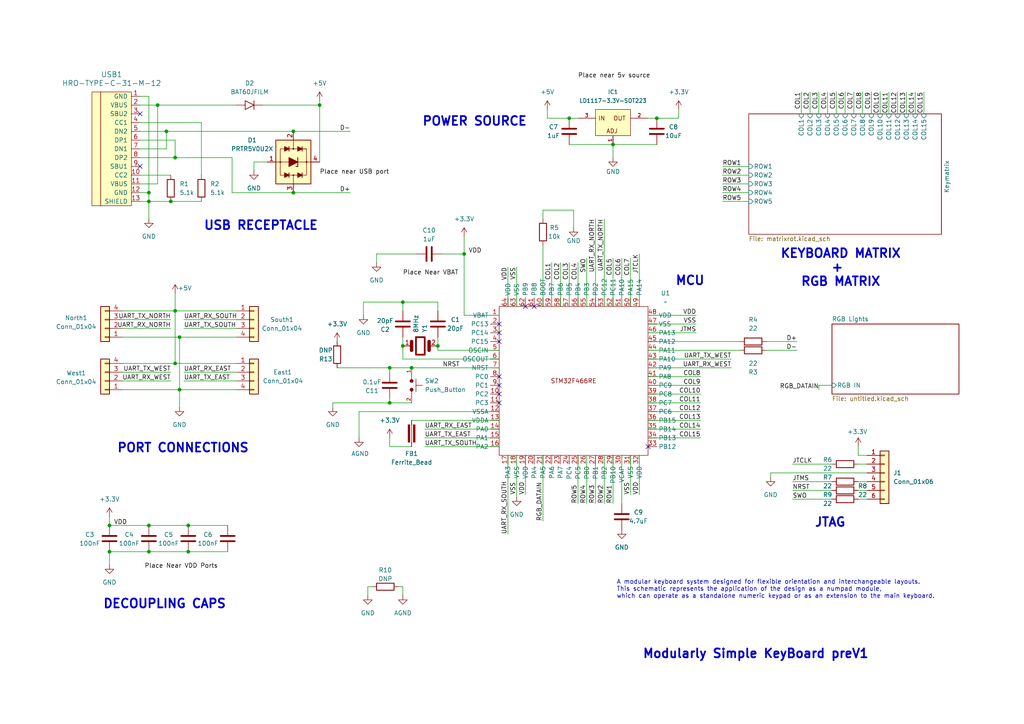
<source format=kicad_sch>
(kicad_sch (version 20250114) (generator "eeschema") (generator_version "9.0")
  (paper "A4")
  (lib_symbols
    (symbol "PCM_4ms_Connector:Conn_01x04" (pin_names (offset 1.016) (hide yes))
      (property "Reference" "J" (at 0 5.08 0))
      (property "Value" "Conn_01x04" (at 0 -7.62 0))
      (symbol "Conn_01x04_1_1"
        (rectangle (start -1.27 3.81) (end 1.27 -6.35) (stroke (width 0.254)) (fill (type background)))
        (rectangle (start -1.27 2.667) (end 0 2.413) (stroke (width 0.1524)))
        (rectangle (start -1.27 0.127) (end 0 -0.127) (stroke (width 0.1524)))
        (rectangle (start -1.27 -2.413) (end 0 -2.667) (stroke (width 0.1524)))
        (rectangle (start -1.27 -4.953) (end 0 -5.207) (stroke (width 0.1524)))
        (pin passive line (at -5.08 2.54 0) (length 3.81) (name "Pin_1") (number "1"))
        (pin passive line (at -5.08 0 0) (length 3.81) (name "Pin_2") (number "2"))
        (pin passive line (at -5.08 -2.54 0) (length 3.81) (name "Pin_3") (number "3"))
        (pin passive line (at -5.08 -5.08 0) (length 3.81) (name "Pin_4") (number "4"))
      )
    )
    (symbol "PCM_4ms_Connector:Conn_01x06" (pin_names (offset 1.016) (hide yes))
      (property "Reference" "J" (at 0 7.62 0))
      (property "Value" "Conn_01x06" (at 0 -10.16 0))
      (symbol "Conn_01x06_1_1"
        (rectangle (start -1.27 6.35) (end 1.27 -8.89) (stroke (width 0.254)) (fill (type background)))
        (rectangle (start -1.27 5.207) (end 0 4.953) (stroke (width 0.1524)))
        (rectangle (start -1.27 2.667) (end 0 2.413) (stroke (width 0.1524)))
        (rectangle (start -1.27 0.127) (end 0 -0.127) (stroke (width 0.1524)))
        (rectangle (start -1.27 -2.413) (end 0 -2.667) (stroke (width 0.1524)))
        (rectangle (start -1.27 -4.953) (end 0 -5.207) (stroke (width 0.1524)))
        (rectangle (start -1.27 -7.493) (end 0 -7.747) (stroke (width 0.1524)))
        (pin passive line (at -5.08 5.08 0) (length 3.81) (name "Pin_1") (number "1"))
        (pin passive line (at -5.08 2.54 0) (length 3.81) (name "Pin_2") (number "2"))
        (pin passive line (at -5.08 0 0) (length 3.81) (name "Pin_3") (number "3"))
        (pin passive line (at -5.08 -2.54 0) (length 3.81) (name "Pin_4") (number "4"))
        (pin passive line (at -5.08 -5.08 0) (length 3.81) (name "Pin_5") (number "5"))
        (pin passive line (at -5.08 -7.62 0) (length 3.81) (name "Pin_6") (number "6"))
      )
    )
    (symbol "PCM_4ms_Diode:D_Generic" (pin_numbers (hide yes)) (pin_names (offset 1.016) (hide yes))
      (property "Reference" "D" (at 0 2.54 0))
      (property "Value" "D_Generic" (at 0 -2.54 0))
      (symbol "D_Generic_0_1"
        (polyline (pts (xy -1.27 1.27) (xy -1.27 -1.27)) (stroke (width 0.2032)))
        (polyline (pts (xy 1.27 1.27) (xy 1.27 -1.27) (xy -1.27 0) (xy 1.27 1.27)) (stroke (width 0.2032)))
      )
      (symbol "D_Generic_1_1"
        (pin passive line (at -3.81 0 0) (length 2.54) (name "K") (number "1"))
        (pin passive line (at 3.81 0 180) (length 2.54) (name "A") (number "2"))
      )
    )
    (symbol "PCM_4ms_Power-symbol:+3.3V" (power) (pin_names (offset 0))
      (property "Value" "+3.3V" (at 0 3.556 0))
      (symbol "+3.3V_0_1"
        (polyline (pts (xy -0.762 1.27) (xy 0 2.54)))
        (polyline (pts (xy 0 2.54) (xy 0.762 1.27)))
        (polyline (pts (xy 0 0) (xy 0 2.54)))
      )
      (symbol "+3.3V_1_1"
        (pin power_in line (at 0 0 90) (length 0) (hide yes) (name "+3V3") (number "1"))
      )
    )
    (symbol "PCM_4ms_Power-symbol:+5V" (power) (pin_names (offset 0))
      (property "Value" "+5V" (at 0 3.556 0))
      (symbol "+5V_0_1"
        (polyline (pts (xy -0.762 1.27) (xy 0 2.54)))
        (polyline (pts (xy 0 2.54) (xy 0.762 1.27)))
        (polyline (pts (xy 0 0) (xy 0 2.54)))
      )
      (symbol "+5V_1_1"
        (pin power_in line (at 0 0 90) (length 0) (hide yes) (name "+5V") (number "1"))
      )
    )
    (symbol "PCM_4ms_Power-symbol:GND" (power) (pin_names (offset 0))
      (property "Value" "GND" (at 0 -3.81 0))
      (symbol "GND_0_1"
        (polyline (pts (xy 0 0) (xy 0 -1.27) (xy 1.27 -1.27) (xy 0 -2.54) (xy -1.27 -1.27) (xy 0 -1.27)))
      )
      (symbol "GND_1_1"
        (pin power_in line (at 0 0 270) (length 0) (hide yes) (name "GND") (number "1"))
      )
    )
    (symbol "PCM_4ms_Power-symbol:GNDA" (power) (pin_numbers (hide yes)) (pin_names (offset 0) (hide yes))
      (property "Value" "GNDA" (at 0 -3.81 0))
      (symbol "GNDA_0_1"
        (polyline (pts (xy 0 0) (xy 0 -1.27) (xy 1.27 -1.27) (xy 0 -2.54) (xy -1.27 -1.27) (xy 0 -1.27)))
      )
      (symbol "GNDA_1_1"
        (pin power_in line (at 0 0 270) (length 0) (hide yes) (name "GNDA") (number "1"))
      )
    )
    (symbol "PCM_4ms_Regulator:LD1117-3.3V-SOT223" (pin_names (offset 1.016) (hide yes))
      (property "Reference" "IC" (at 2.54 -6.35 0))
      (property "Value" "LD1117-3.3V-SOT223" (at -4.445 4.445 0))
      (symbol "LD1117-3.3V-SOT223_1_0"
        (rectangle (start -5.08 3.81) (end 5.08 -3.81) (fill (type background)))
        (text "IN" (at -3.2766 1.2446 0) (effects (font (size 1.2192 1.2192))))
        (text "ADJ" (at -0.2794 -2.4384 0) (effects (font (size 1.2192 1.2192))))
        (text "OUT" (at 1.8796 1.2446 0) (effects (font (size 1.2192 1.2192))))
      )
      (symbol "LD1117-3.3V-SOT223_1_1"
        (pin input line (at -10.16 1.27 0) (length 5.08) (name "IN") (number "3"))
        (pin input line (at 0 -6.35 90) (length 2.54) (name "ADJ") (number "1"))
        (pin passive line (at 10.16 1.27 180) (length 5.08) (name "OUT") (number "2"))
      )
    )
    (symbol "PCM_Capacitor_AKL:C_0805" (pin_numbers (hide yes)) (pin_names (offset 0.254))
      (property "Reference" "C" (at 0.635 2.54 0))
      (property "Value" "C_0805" (at 0.635 -2.54 0))
      (symbol "C_0805_0_1"
        (polyline (pts (xy -2.032 0.762) (xy 2.032 0.762)) (stroke (width 0.508)))
        (polyline (pts (xy -2.032 -0.762) (xy 2.032 -0.762)) (stroke (width 0.508)))
      )
      (symbol "C_0805_0_2"
        (polyline (pts (xy -2.54 -2.54) (xy -0.381 -0.381)))
        (polyline (pts (xy -0.508 -0.508) (xy -1.651 0.635)) (stroke (width 0.508)))
        (polyline (pts (xy -0.508 -0.508) (xy 0.635 -1.651)) (stroke (width 0.508)))
        (polyline (pts (xy 0.381 0.381) (xy 2.54 2.54)))
        (polyline (pts (xy 0.508 0.508) (xy -0.635 1.651)) (stroke (width 0.508)))
        (polyline (pts (xy 0.508 0.508) (xy 1.651 -0.635)) (stroke (width 0.508)))
      )
      (symbol "C_0805_1_1"
        (pin passive line (at 0 3.81 270) (length 2.794) (name "~") (number "1"))
        (pin passive line (at 0 -3.81 90) (length 2.794) (name "~") (number "2"))
      )
      (symbol "C_0805_1_2"
        (pin passive line (at -2.54 -2.54 90) (length 0) (name "~") (number "2"))
        (pin passive line (at 2.54 2.54 270) (length 0) (name "~") (number "1"))
      )
    )
    (symbol "PCM_Device_AKL:Ferrite_Bead" (pin_numbers (hide yes)) (pin_names (offset 0))
      (property "Reference" "FB" (at 0 4.572 0))
      (property "Value" "Ferrite_Bead" (at 0 3.175 0))
      (symbol "Ferrite_Bead_0_1"
        (rectangle (start -2.54 1.016) (end 2.54 0.508) (fill (type outline)))
        (polyline (pts (xy 2.54 0) (xy -2.54 0)))
      )
      (symbol "Ferrite_Bead_1_1"
        (rectangle (start -2.54 -0.508) (end 2.54 -1.016) (fill (type outline)))
        (pin passive line (at -3.81 0 0) (length 1.27) (name "~") (number "1"))
        (pin passive line (at 3.81 0 180) (length 1.27) (name "~") (number "2"))
      )
    )
    (symbol "PCM_Diode_TVS_AKL:PRTR5V0U2X" (pin_names (offset 1.016) (hide yes))
      (property "Reference" "D" (at 7.62 8.89 0))
      (property "Value" "PRTR5V0U2X" (at 7.62 6.35 0))
      (symbol "PRTR5V0U2X_0_1"
        (rectangle (start -6.35 5.08) (end 6.35 -5.08) (stroke (width 0.254)) (fill (type background)))
        (polyline (pts (xy -3.81 2.54) (xy -3.81 3.81) (xy 3.81 3.81) (xy 3.81 2.54)))
        (polyline (pts (xy -3.81 2.54) (xy -3.175 1.27) (xy -4.445 1.27) (xy -3.81 2.54)) (stroke (width 0.254)) (fill (type outline)))
        (circle (center -3.81 0) (radius 0.1778) (fill (type outline)))
        (polyline (pts (xy -3.81 0) (xy -6.35 0)))
        (polyline (pts (xy -3.81 -1.27) (xy -3.81 1.27)))
        (polyline (pts (xy -3.81 -1.27) (xy -3.175 -2.54) (xy -4.445 -2.54) (xy -3.81 -1.27)) (stroke (width 0.254)) (fill (type outline)))
        (polyline (pts (xy -3.81 -2.54) (xy -3.81 -3.81) (xy 3.81 -3.81) (xy 3.81 -2.54)))
        (polyline (pts (xy -3.175 2.54) (xy -4.445 2.54)) (stroke (width 0.254)))
        (polyline (pts (xy -3.175 -1.27) (xy -4.445 -1.27)) (stroke (width 0.254)))
        (circle (center 0 3.81) (radius 0.1778) (fill (type outline)))
        (polyline (pts (xy 0 1.27) (xy 0 5.08)))
        (polyline (pts (xy 0 -1.27) (xy 0 -5.08)))
        (polyline (pts (xy 3.81 2.54) (xy 4.445 1.27) (xy 3.175 1.27) (xy 3.81 2.54)) (stroke (width 0.254)) (fill (type outline)))
        (polyline (pts (xy 3.81 0) (xy 6.35 0)))
        (circle (center 3.81 0) (radius 0.1778) (fill (type outline)))
        (polyline (pts (xy 3.81 -1.27) (xy 3.81 1.27)))
        (polyline (pts (xy 3.81 -1.27) (xy 4.445 -2.54) (xy 3.175 -2.54) (xy 3.81 -1.27)) (stroke (width 0.254)) (fill (type outline)))
        (polyline (pts (xy 4.445 2.54) (xy 3.175 2.54)) (stroke (width 0.254)))
        (polyline (pts (xy 4.445 -1.27) (xy 3.175 -1.27)) (stroke (width 0.254)))
      )
      (symbol "PRTR5V0U2X_1_1"
        (polyline (pts (xy -3.81 1.27) (xy -3.81 3.81)))
        (polyline (pts (xy -1.27 1.27) (xy 1.27 1.27)) (stroke (width 0.254)))
        (polyline (pts (xy 0 -1.27) (xy 0 1.27)))
        (circle (center 0 -3.81) (radius 0.1778) (fill (type outline)))
        (polyline (pts (xy 1.27 1.27) (xy 1.27 0.762)) (stroke (width 0.254)))
        (polyline (pts (xy 1.27 -1.27) (xy -1.27 -1.27) (xy 0 1.27) (xy 1.27 -1.27)) (stroke (width 0.254)) (fill (type outline)))
        (pin passive line (at -8.89 0 0) (length 2.54) (name "L1") (number "2"))
        (pin passive line (at 0 7.62 270) (length 2.54) (name "VP") (number "4"))
        (pin passive line (at 0 -7.62 90) (length 2.54) (name "VN") (number "1"))
        (pin passive line (at 8.89 0 180) (length 2.54) (name "L2") (number "3"))
      )
    )
    (symbol "PCM_Resistor_AKL:R_0805" (pin_numbers (hide yes)) (pin_names (offset 0))
      (property "Reference" "R" (at 2.54 1.27 0))
      (property "Value" "R_0805" (at 2.54 -1.27 0))
      (symbol "R_0805_0_1"
        (rectangle (start -1.016 2.54) (end 1.016 -2.54) (stroke (width 0.254)))
      )
      (symbol "R_0805_0_2"
        (polyline (pts (xy -2.54 -2.54) (xy -1.524 -1.524)))
        (polyline (pts (xy 1.524 1.524) (xy 2.54 2.54)))
        (polyline (pts (xy 1.524 1.524) (xy 0.889 2.159) (xy -2.159 -0.889) (xy -0.889 -2.159) (xy 2.159 0.889) (xy 1.524 1.524)) (stroke (width 0.254)))
      )
      (symbol "R_0805_1_1"
        (pin passive line (at 0 3.81 270) (length 1.27) (name "~") (number "1"))
        (pin passive line (at 0 -3.81 90) (length 1.27) (name "~") (number "2"))
      )
      (symbol "R_0805_1_2"
        (pin passive line (at -2.54 -2.54 0) (length 0) (name "") (number "2"))
        (pin passive line (at 2.54 2.54 180) (length 0) (name "") (number "1"))
      )
    )
    (symbol "PCM_SL_Devices:Crystal_8MHz"
      (property "Reference" "Y" (at 0 7.62 0))
      (property "Value" "Crystal_8MHz" (at 0 5.08 0))
      (symbol "Crystal_8MHz_0_1"
        (polyline (pts (xy -2.54 1.27) (xy -2.54 -1.27)) (stroke (width 1)))
        (rectangle (start -1.27 2.54) (end 1.27 -2.54) (stroke (width 0.5)))
        (polyline (pts (xy 2.54 1.27) (xy 2.54 -1.27)) (stroke (width 1)))
      )
      (symbol "Crystal_8MHz_1_1"
        (pin passive line (at -5.08 0 0) (length 2.54) (name "") (number "1"))
        (pin passive line (at 5.08 0 180) (length 2.54) (name "") (number "2"))
      )
    )
    (symbol "PCM_SL_Devices:Push_Button"
      (property "Reference" "SW" (at 0 6.35 0))
      (property "Value" "Push_Button" (at 0 4.445 0))
      (symbol "Push_Button_0_1"
        (polyline (pts (xy -3.175 0) (xy -1.778 0)))
        (polyline (pts (xy -1.905 1.27) (xy 1.905 1.27)))
        (circle (center -1.27 0) (radius 0.4579) (fill (type outline)))
        (polyline (pts (xy 0 1.27) (xy 0 3.175)))
        (circle (center 1.27 0) (radius 0.4579) (fill (type outline)))
        (polyline (pts (xy 1.778 0) (xy 3.175 0)))
      )
      (symbol "Push_Button_1_1"
        (pin passive line (at -5.08 0 0) (length 2) (name "") (number "1"))
        (pin passive line (at 5.08 0 180) (length 2) (name "") (number "2"))
      )
    )
    (symbol "Type-C:HRO-TYPE-C-31-M-12" (pin_names (offset 1.016))
      (property "Reference" "USB" (at -5.08 16.51 0))
      (property "Value" "HRO-TYPE-C-31-M-12" (at -10.16 -1.27 90))
      (symbol "HRO-TYPE-C-31-M-12_0_1"
        (rectangle (start -11.43 15.24) (end -8.89 -17.78) (fill (type background)))
        (rectangle (start 0 -17.78) (end -8.89 15.24) (fill (type background)))
      )
      (symbol "HRO-TYPE-C-31-M-12_1_1"
        (pin input line (at 2.54 13.97 180) (length 2.54) (name "GND") (number "1"))
        (pin input line (at 2.54 11.43 180) (length 2.54) (name "VBUS") (number "2"))
        (pin input line (at 2.54 8.89 180) (length 2.54) (name "SBU2") (number "3"))
        (pin input line (at 2.54 6.35 180) (length 2.54) (name "CC1") (number "4"))
        (pin input line (at 2.54 3.81 180) (length 2.54) (name "DN2") (number "5"))
        (pin input line (at 2.54 1.27 180) (length 2.54) (name "DP1") (number "6"))
        (pin input line (at 2.54 -1.27 180) (length 2.54) (name "DN1") (number "7"))
        (pin input line (at 2.54 -3.81 180) (length 2.54) (name "DP2") (number "8"))
        (pin input line (at 2.54 -6.35 180) (length 2.54) (name "SBU1") (number "9"))
        (pin input line (at 2.54 -8.89 180) (length 2.54) (name "CC2") (number "10"))
        (pin input line (at 2.54 -11.43 180) (length 2.54) (name "VBUS") (number "11"))
        (pin input line (at 2.54 -13.97 180) (length 2.54) (name "GND") (number "12"))
        (pin input line (at 2.54 -16.51 180) (length 2.54) (name "SHIELD") (number "13"))
      )
    )
    (symbol "power:GND" (power) (pin_numbers (hide yes)) (pin_names (offset 0) (hide yes))
      (property "Value" "GND" (at 0 -3.81 0))
      (symbol "GND_0_1"
        (polyline (pts (xy 0 0) (xy 0 -1.27) (xy 1.27 -1.27) (xy 0 -2.54) (xy -1.27 -1.27) (xy 0 -1.27)))
      )
      (symbol "GND_1_1"
        (pin power_in line (at 0 0 270) (length 0) (name "~") (number "1"))
      )
    )
    (symbol "stm32f446ret6:STM32F446RET6"
      (property "Reference" "U" (at -1.016 1.016 0))
      (symbol "STM32F446RET6_0_1"
        (rectangle (start 0 0) (end 43.18 -43.18))
      )
      (symbol "STM32F446RET6_1_1"
        (text "STM32F466RE\n" (at 21.59 -21.59 0) (effects (font (size 1.27 1.27))))
        (pin bidirectional line (at 0 -2.54 180) (length 2.54) (name "VBAT") (number "1"))
        (pin bidirectional line (at 0 -5.08 180) (length 2.54) (name "PC13") (number "2"))
        (pin bidirectional line (at 0 -7.62 180) (length 2.54) (name "PC14") (number "3"))
        (pin bidirectional line (at 0 -10.16 180) (length 2.54) (name "PC15") (number "4"))
        (pin bidirectional line (at 0 -12.7 180) (length 2.54) (name "OSCIN") (number "5"))
        (pin bidirectional line (at 0 -15.24 180) (length 2.54) (name "OSCOUT") (number "6"))
        (pin bidirectional line (at 0 -17.78 180) (length 2.54) (name "NRST") (number "7"))
        (pin bidirectional line (at 0 -20.32 180) (length 2.54) (name "PC0") (number "8"))
        (pin bidirectional line (at 0 -22.86 180) (length 2.54) (name "PC1") (number "9"))
        (pin bidirectional line (at 0 -25.4 180) (length 2.54) (name "PC2") (number "10"))
        (pin bidirectional line (at 0 -27.94 180) (length 2.54) (name "PC3") (number "11"))
        (pin bidirectional line (at 0 -30.48 180) (length 2.54) (name "VSSA") (number "12"))
        (pin bidirectional line (at 0 -33.02 180) (length 2.54) (name "VDDA") (number "13"))
        (pin bidirectional line (at 0 -35.56 180) (length 2.54) (name "PA0") (number "14"))
        (pin bidirectional line (at 0 -38.1 180) (length 2.54) (name "PA1") (number "15"))
        (pin bidirectional line (at 0 -40.64 180) (length 2.54) (name "PA2") (number "16"))
        (pin bidirectional line (at 2.54 0 90) (length 2.54) (name "VDD") (number "64"))
        (pin bidirectional line (at 2.54 -43.18 270) (length 2.54) (name "PA3") (number "17"))
        (pin bidirectional line (at 5.08 0 90) (length 2.54) (name "VSS") (number "63"))
        (pin bidirectional line (at 5.08 -43.18 270) (length 2.54) (name "VSS") (number "18"))
        (pin bidirectional line (at 7.62 0 90) (length 2.54) (name "PB9") (number "62"))
        (pin bidirectional line (at 7.62 -43.18 270) (length 2.54) (name "VDD") (number "19"))
        (pin bidirectional line (at 10.16 0 90) (length 2.54) (name "PB8") (number "61"))
        (pin bidirectional line (at 10.16 -43.18 270) (length 2.54) (name "PA4") (number "20"))
        (pin bidirectional line (at 12.7 0 90) (length 2.54) (name "BOOT") (number "60"))
        (pin bidirectional line (at 12.7 -43.18 270) (length 2.54) (name "PA5") (number "21"))
        (pin bidirectional line (at 15.24 0 90) (length 2.54) (name "PB7") (number "59"))
        (pin bidirectional line (at 15.24 -43.18 270) (length 2.54) (name "PA6") (number "22"))
        (pin bidirectional line (at 17.78 0 90) (length 2.54) (name "PB6") (number "58"))
        (pin bidirectional line (at 17.78 -43.18 270) (length 2.54) (name "PA7") (number "23"))
        (pin bidirectional line (at 20.32 0 90) (length 2.54) (name "PB5") (number "57"))
        (pin bidirectional line (at 20.32 -43.18 270) (length 2.54) (name "PC4") (number "24"))
        (pin bidirectional line (at 22.86 0 90) (length 2.54) (name "PB4") (number "56"))
        (pin bidirectional line (at 22.86 -43.18 270) (length 2.54) (name "PC5") (number "25"))
        (pin bidirectional line (at 25.4 0 90) (length 2.54) (name "PB3") (number "55"))
        (pin bidirectional line (at 25.4 -43.18 270) (length 2.54) (name "PB0") (number "26"))
        (pin bidirectional line (at 27.94 0 90) (length 2.54) (name "PD2") (number "54"))
        (pin bidirectional line (at 27.94 -43.18 270) (length 2.54) (name "PB1") (number "27"))
        (pin bidirectional line (at 30.48 0 90) (length 2.54) (name "PC12") (number "53"))
        (pin bidirectional line (at 30.48 -43.18 270) (length 2.54) (name "PB2") (number "28"))
        (pin bidirectional line (at 33.02 0 90) (length 2.54) (name "PC11") (number "52"))
        (pin bidirectional line (at 33.02 -43.18 270) (length 2.54) (name "PB10") (number "29"))
        (pin bidirectional line (at 35.56 0 90) (length 2.54) (name "PA10") (number "51"))
        (pin bidirectional line (at 35.56 -43.18 270) (length 2.54) (name "VCAP") (number "30"))
        (pin bidirectional line (at 38.1 0 90) (length 2.54) (name "PA15") (number "50"))
        (pin bidirectional line (at 38.1 -43.18 270) (length 2.54) (name "VSS") (number "31"))
        (pin bidirectional line (at 40.64 0 90) (length 2.54) (name "PA14") (number "49"))
        (pin bidirectional line (at 40.64 -43.18 270) (length 2.54) (name "VDD") (number "32"))
        (pin bidirectional line (at 43.18 -2.54 0) (length 2.54) (name "VDD") (number "48"))
        (pin bidirectional line (at 43.18 -5.08 0) (length 2.54) (name "VSS") (number "47"))
        (pin bidirectional line (at 43.18 -7.62 0) (length 2.54) (name "PA13") (number "46"))
        (pin bidirectional line (at 43.18 -10.16 0) (length 2.54) (name "PA12") (number "45"))
        (pin bidirectional line (at 43.18 -12.7 0) (length 2.54) (name "PA11") (number "44"))
        (pin bidirectional line (at 43.18 -15.24 0) (length 2.54) (name "PA10") (number "43"))
        (pin bidirectional line (at 43.18 -17.78 0) (length 2.54) (name "PA9") (number "42"))
        (pin bidirectional line (at 43.18 -20.32 0) (length 2.54) (name "PA8") (number "41"))
        (pin bidirectional line (at 43.18 -22.86 0) (length 2.54) (name "PC9") (number "40"))
        (pin bidirectional line (at 43.18 -25.4 0) (length 2.54) (name "PC8") (number "39"))
        (pin bidirectional line (at 43.18 -27.94 0) (length 2.54) (name "PC7") (number "38"))
        (pin bidirectional line (at 43.18 -30.48 0) (length 2.54) (name "PC6") (number "37"))
        (pin bidirectional line (at 43.18 -33.02 0) (length 2.54) (name "PB15") (number "36"))
        (pin bidirectional line (at 43.18 -35.56 0) (length 2.54) (name "PB14") (number "35"))
        (pin bidirectional line (at 43.18 -38.1 0) (length 2.54) (name "PB13") (number "34"))
        (pin bidirectional line (at 43.18 -40.64 0) (length 2.54) (name "PB12") (number "33"))
      )
    )
  )
  (text "MCU" (at 200.152 81.534 0) (effects (font (size 2.54 2.54) (thickness 0.508) (bold yes))))
  (text "+ \nRGB MATRIX" (at 243.84 79.756 0) (effects (font (size 2.54 2.54) (thickness 0.508) (bold yes))))
  (text "DECOUPLING CAPS\n" (at 47.752 175.26 0) (effects (font (size 2.54 2.54) (thickness 0.508) (bold yes))))
  (text "PORT CONNECTIONS\n" (at 53.086 130.048 0) (effects (font (size 2.54 2.54) (thickness 0.508) (bold yes))))
  (text "POWER SOURCE\n" (at 137.668 35.306 0) (effects (font (size 2.54 2.54) (thickness 0.508) (bold yes))))
  (text "USB RECEPTACLE" (at 75.692 65.532 0) (effects (font (size 2.54 2.54) (thickness 0.508) (bold yes))))
  (text "KEYBOARD MATRIX\n" (at 243.84 73.66 0) (effects (font (size 2.54 2.54) (thickness 0.508) (bold yes))))
  (text "A modular keyboard system designed for flexible orientation and interchangeable layouts.\nThis schematic represents the application of the design as a numpad module, \nwhich can operate as a standalone numeric keypad or as an extension to the main keyboard." (at 178.816 170.942 0) (effects (font (size 1.27 1.27) (thickness 0.1588)) (justify left)))
  (text "Modularly Simple KeyBoard preV1" (at 219.202 189.738 0) (effects (font (size 2.54 2.54) (thickness 0.508) (bold yes))))
  (text "JTAG" (at 240.792 151.638 0) (effects (font (size 2.54 2.54) (thickness 0.508) (bold yes))))
  (junction (at 48.26 38.1))
  (junction (at 43.18 58.42))
  (junction (at 43.18 152.4))
  (junction (at 50.8 105.41))
  (junction (at 43.18 55.88))
  (junction (at 31.75 160.02))
  (junction (at 49.53 58.42))
  (junction (at 190.5 34.29))
  (junction (at 134.62 73.66))
  (junction (at 92.71 30.48))
  (junction (at 52.07 113.03))
  (junction (at 165.1 34.29))
  (junction (at 50.8 45.72))
  (junction (at 113.03 106.68))
  (junction (at 43.18 160.02))
  (junction (at 113.03 116.84))
  (junction (at 54.61 160.02))
  (junction (at 54.61 152.4))
  (junction (at 127 100.33))
  (junction (at 45.72 30.48))
  (junction (at 52.07 97.79))
  (junction (at 177.8 41.91))
  (junction (at 116.84 87.63))
  (junction (at 85.09 38.1))
  (junction (at 119.38 106.68))
  (junction (at 31.75 152.4))
  (junction (at 116.84 100.33))
  (junction (at 85.09 55.88))
  (junction (at 50.8 90.17))
  (no_connect (at 144.78 116.84))
  (no_connect (at 152.4 88.9))
  (no_connect (at 144.78 111.76))
  (no_connect (at 187.96 129.54))
  (no_connect (at 40.64 33.02))
  (no_connect (at 154.94 88.9))
  (no_connect (at 144.78 99.06))
  (no_connect (at 144.78 109.22))
  (no_connect (at 40.64 48.26))
  (no_connect (at 144.78 96.52))
  (no_connect (at 144.78 114.3))
  (no_connect (at 144.78 93.98))
  (wire (pts (xy 31.75 160.02) (xy 31.75 163.83)))
  (wire (pts (xy 196.85 31.75) (xy 196.85 34.29)))
  (wire (pts (xy 67.31 55.88) (xy 85.09 55.88)))
  (wire (pts (xy 237.49 111.76) (xy 237.49 113.03)))
  (wire (pts (xy 43.18 58.42) (xy 49.53 58.42)))
  (wire (pts (xy 96.52 116.84) (xy 113.03 116.84)))
  (wire (pts (xy 144.78 91.44) (xy 134.62 91.44)))
  (wire (pts (xy 50.8 85.09) (xy 50.8 90.17)))
  (wire (pts (xy 167.64 34.29) (xy 165.1 34.29)))
  (wire (pts (xy 105.41 87.63) (xy 116.84 87.63)))
  (wire (pts (xy 123.19 129.54) (xy 144.78 129.54)))
  (wire (pts (xy 147.32 77.47) (xy 147.32 88.9)))
  (wire (pts (xy 52.07 97.79) (xy 68.58 97.79)))
  (wire (pts (xy 187.96 93.98) (xy 201.93 93.98)))
  (wire (pts (xy 240.03 26.67) (xy 240.03 33.02)))
  (wire (pts (xy 255.27 26.67) (xy 255.27 33.02)))
  (wire (pts (xy 187.96 96.52) (xy 201.93 96.52)))
  (wire (pts (xy 165.1 76.2) (xy 165.1 88.9)))
  (wire (pts (xy 116.84 87.63) (xy 127 87.63)))
  (wire (pts (xy 209.55 50.8) (xy 217.17 50.8)))
  (wire (pts (xy 109.22 73.66) (xy 120.65 73.66)))
  (wire (pts (xy 242.57 26.67) (xy 242.57 33.02)))
  (wire (pts (xy 229.87 134.62) (xy 241.3 134.62)))
  (wire (pts (xy 209.55 58.42) (xy 217.17 58.42)))
  (wire (pts (xy 43.18 55.88) (xy 40.64 55.88)))
  (wire (pts (xy 49.53 92.71) (xy 35.56 92.71)))
  (wire (pts (xy 43.18 160.02) (xy 54.61 160.02)))
  (wire (pts (xy 127 101.6) (xy 144.78 101.6)))
  (wire (pts (xy 167.64 132.08) (xy 167.64 146.05)))
  (wire (pts (xy 149.86 77.47) (xy 149.86 88.9)))
  (wire (pts (xy 116.84 100.33) (xy 116.84 104.14)))
  (wire (pts (xy 134.62 91.44) (xy 134.62 73.66)))
  (wire (pts (xy 31.75 149.86) (xy 31.75 152.4)))
  (wire (pts (xy 109.22 73.66) (xy 109.22 76.2)))
  (wire (pts (xy 77.47 46.99) (xy 73.66 46.99)))
  (wire (pts (xy 53.34 95.25) (xy 68.58 95.25)))
  (wire (pts (xy 157.48 132.08) (xy 157.48 151.13)))
  (wire (pts (xy 187.96 104.14) (xy 212.09 104.14)))
  (wire (pts (xy 127 100.33) (xy 127 101.6)))
  (wire (pts (xy 185.42 143.51) (xy 185.42 132.08)))
  (wire (pts (xy 152.4 132.08) (xy 152.4 143.51)))
  (wire (pts (xy 172.72 132.08) (xy 172.72 146.05)))
  (wire (pts (xy 50.8 45.72) (xy 67.31 45.72)))
  (wire (pts (xy 35.56 105.41) (xy 50.8 105.41)))
  (wire (pts (xy 53.34 107.95) (xy 68.58 107.95)))
  (wire (pts (xy 73.66 46.99) (xy 73.66 49.53)))
  (wire (pts (xy 175.26 63.5) (xy 175.26 88.9)))
  (wire (pts (xy 248.92 129.54) (xy 248.92 132.08)))
  (wire (pts (xy 52.07 118.11) (xy 52.07 113.03)))
  (wire (pts (xy 119.38 129.54) (xy 113.03 129.54)))
  (wire (pts (xy 182.88 132.08) (xy 182.88 143.51)))
  (wire (pts (xy 58.42 35.56) (xy 58.42 50.8)))
  (wire (pts (xy 119.38 106.68) (xy 144.78 106.68)))
  (wire (pts (xy 177.8 41.91) (xy 190.5 41.91)))
  (wire (pts (xy 223.52 137.16) (xy 251.46 137.16)))
  (wire (pts (xy 35.56 97.79) (xy 52.07 97.79)))
  (wire (pts (xy 53.34 110.49) (xy 68.58 110.49)))
  (wire (pts (xy 116.84 87.63) (xy 116.84 90.17)))
  (wire (pts (xy 248.92 132.08) (xy 251.46 132.08)))
  (wire (pts (xy 50.8 90.17) (xy 50.8 105.41)))
  (wire (pts (xy 209.55 55.88) (xy 217.17 55.88)))
  (wire (pts (xy 40.64 58.42) (xy 43.18 58.42)))
  (wire (pts (xy 187.96 34.29) (xy 190.5 34.29)))
  (wire (pts (xy 175.26 132.08) (xy 175.26 146.05)))
  (wire (pts (xy 229.87 142.24) (xy 241.3 142.24)))
  (wire (pts (xy 165.1 41.91) (xy 177.8 41.91)))
  (wire (pts (xy 158.75 34.29) (xy 158.75 31.75)))
  (wire (pts (xy 187.96 106.68) (xy 212.09 106.68)))
  (wire (pts (xy 43.18 58.42) (xy 43.18 55.88)))
  (wire (pts (xy 76.2 30.48) (xy 92.71 30.48)))
  (wire (pts (xy 35.56 110.49) (xy 49.53 110.49)))
  (wire (pts (xy 162.56 76.2) (xy 162.56 88.9)))
  (wire (pts (xy 187.96 111.76) (xy 203.2 111.76)))
  (wire (pts (xy 53.34 92.71) (xy 68.58 92.71)))
  (wire (pts (xy 187.96 124.46) (xy 203.2 124.46)))
  (wire (pts (xy 134.62 68.58) (xy 134.62 73.66)))
  (wire (pts (xy 185.42 73.66) (xy 185.42 88.9)))
  (wire (pts (xy 50.8 105.41) (xy 68.58 105.41)))
  (wire (pts (xy 260.35 26.67) (xy 260.35 33.02)))
  (wire (pts (xy 40.64 30.48) (xy 45.72 30.48)))
  (wire (pts (xy 40.64 38.1) (xy 48.26 38.1)))
  (wire (pts (xy 40.64 50.8) (xy 49.53 50.8)))
  (wire (pts (xy 248.92 134.62) (xy 251.46 134.62)))
  (wire (pts (xy 113.03 107.95) (xy 113.03 106.68)))
  (wire (pts (xy 128.27 73.66) (xy 134.62 73.66)))
  (wire (pts (xy 267.97 26.67) (xy 267.97 33.02)))
  (wire (pts (xy 234.95 26.67) (xy 234.95 33.02)))
  (wire (pts (xy 48.26 38.1) (xy 85.09 38.1)))
  (wire (pts (xy 113.03 129.54) (xy 113.03 127)))
  (wire (pts (xy 67.31 45.72) (xy 67.31 55.88)))
  (wire (pts (xy 265.43 26.67) (xy 265.43 33.02)))
  (wire (pts (xy 209.55 48.26) (xy 217.17 48.26)))
  (wire (pts (xy 106.68 172.72) (xy 106.68 170.18)))
  (wire (pts (xy 166.37 60.96) (xy 157.48 60.96)))
  (wire (pts (xy 54.61 152.4) (xy 66.04 152.4)))
  (wire (pts (xy 247.65 26.67) (xy 247.65 33.02)))
  (wire (pts (xy 104.14 119.38) (xy 144.78 119.38)))
  (wire (pts (xy 85.09 38.1) (xy 101.6 38.1)))
  (wire (pts (xy 167.64 76.2) (xy 167.64 88.9)))
  (wire (pts (xy 40.64 27.94) (xy 43.18 27.94)))
  (wire (pts (xy 113.03 106.68) (xy 119.38 106.68)))
  (wire (pts (xy 229.87 144.78) (xy 241.3 144.78)))
  (wire (pts (xy 115.57 170.18) (xy 116.84 170.18)))
  (wire (pts (xy 40.64 53.34) (xy 45.72 53.34)))
  (wire (pts (xy 85.09 55.88) (xy 101.6 55.88)))
  (wire (pts (xy 123.19 127) (xy 144.78 127)))
  (wire (pts (xy 106.68 170.18) (xy 107.95 170.18)))
  (wire (pts (xy 149.86 132.08) (xy 149.86 144.145)))
  (wire (pts (xy 52.07 113.03) (xy 68.58 113.03)))
  (wire (pts (xy 187.96 109.22) (xy 203.2 109.22)))
  (wire (pts (xy 160.02 76.2) (xy 160.02 88.9)))
  (wire (pts (xy 172.72 63.5) (xy 172.72 88.9)))
  (wire (pts (xy 229.87 139.7) (xy 241.3 139.7)))
  (wire (pts (xy 252.73 26.67) (xy 252.73 33.02)))
  (wire (pts (xy 40.64 40.64) (xy 50.8 40.64)))
  (wire (pts (xy 248.92 144.78) (xy 251.46 144.78)))
  (wire (pts (xy 50.8 90.17) (xy 68.58 90.17)))
  (wire (pts (xy 35.56 90.17) (xy 50.8 90.17)))
  (wire (pts (xy 157.48 71.12) (xy 157.48 88.9)))
  (wire (pts (xy 170.18 74.93) (xy 170.18 88.9)))
  (wire (pts (xy 187.96 127) (xy 203.2 127)))
  (wire (pts (xy 190.5 34.29) (xy 196.85 34.29)))
  (wire (pts (xy 232.41 26.67) (xy 232.41 33.02)))
  (wire (pts (xy 31.75 152.4) (xy 43.18 152.4)))
  (wire (pts (xy 43.18 58.42) (xy 43.18 63.5)))
  (wire (pts (xy 43.18 27.94) (xy 43.18 55.88)))
  (wire (pts (xy 49.53 95.25) (xy 35.56 95.25)))
  (wire (pts (xy 209.55 53.34) (xy 217.17 53.34)))
  (wire (pts (xy 96.52 116.84) (xy 96.52 118.11)))
  (wire (pts (xy 116.84 104.14) (xy 144.78 104.14)))
  (wire (pts (xy 222.25 99.06) (xy 231.14 99.06)))
  (wire (pts (xy 45.72 53.34) (xy 45.72 30.48)))
  (wire (pts (xy 223.52 138.43) (xy 223.52 137.16)))
  (wire (pts (xy 35.56 107.95) (xy 49.53 107.95)))
  (wire (pts (xy 40.64 35.56) (xy 58.42 35.56)))
  (wire (pts (xy 49.53 58.42) (xy 58.42 58.42)))
  (wire (pts (xy 170.18 132.08) (xy 170.18 146.05)))
  (wire (pts (xy 237.49 26.67) (xy 237.49 33.02)))
  (wire (pts (xy 68.58 30.48) (xy 45.72 30.48)))
  (wire (pts (xy 180.34 74.93) (xy 180.34 88.9)))
  (wire (pts (xy 182.88 74.93) (xy 182.88 88.9)))
  (wire (pts (xy 113.03 116.84) (xy 113.03 115.57)))
  (wire (pts (xy 165.1 34.29) (xy 158.75 34.29)))
  (wire (pts (xy 123.19 124.46) (xy 144.78 124.46)))
  (wire (pts (xy 187.96 119.38) (xy 203.2 119.38)))
  (wire (pts (xy 187.96 116.84) (xy 203.2 116.84)))
  (wire (pts (xy 97.79 106.68) (xy 113.03 106.68)))
  (wire (pts (xy 127 90.17) (xy 127 87.63)))
  (wire (pts (xy 116.84 170.18) (xy 116.84 172.72)))
  (wire (pts (xy 119.38 121.92) (xy 144.78 121.92)))
  (wire (pts (xy 92.71 29.21) (xy 92.71 30.48)))
  (wire (pts (xy 250.19 26.67) (xy 250.19 33.02)))
  (wire (pts (xy 50.8 45.72) (xy 50.8 40.64)))
  (wire (pts (xy 43.18 152.4) (xy 54.61 152.4)))
  (wire (pts (xy 48.26 38.1) (xy 48.26 43.18)))
  (wire (pts (xy 40.64 43.18) (xy 48.26 43.18)))
  (wire (pts (xy 104.14 127) (xy 104.14 119.38)))
  (wire (pts (xy 31.75 160.02) (xy 43.18 160.02)))
  (wire (pts (xy 54.61 160.02) (xy 66.04 160.02)))
  (wire (pts (xy 248.92 139.7) (xy 251.46 139.7)))
  (wire (pts (xy 180.34 132.08) (xy 180.34 146.05)))
  (wire (pts (xy 187.96 101.6) (xy 214.63 101.6)))
  (wire (pts (xy 147.32 132.08) (xy 147.32 154.94)))
  (wire (pts (xy 166.37 60.96) (xy 166.37 66.04)))
  (wire (pts (xy 177.8 41.91) (xy 177.8 45.72)))
  (wire (pts (xy 119.38 116.84) (xy 113.03 116.84)))
  (wire (pts (xy 262.89 26.67) (xy 262.89 33.02)))
  (wire (pts (xy 40.64 45.72) (xy 50.8 45.72)))
  (wire (pts (xy 92.71 30.48) (xy 92.71 46.99)))
  (wire (pts (xy 187.96 114.3) (xy 203.2 114.3)))
  (wire (pts (xy 248.92 142.24) (xy 251.46 142.24)))
  (wire (pts (xy 245.11 26.67) (xy 245.11 33.02)))
  (wire (pts (xy 116.84 97.79) (xy 116.84 100.33)))
  (wire (pts (xy 241.3 111.76) (xy 237.49 111.76)))
  (wire (pts (xy 222.25 101.6) (xy 231.14 101.6)))
  (wire (pts (xy 187.96 99.06) (xy 214.63 99.06)))
  (wire (pts (xy 187.96 91.44) (xy 201.93 91.44)))
  (wire (pts (xy 52.07 113.03) (xy 35.56 113.03)))
  (wire (pts (xy 177.8 132.08) (xy 177.8 146.05)))
  (wire (pts (xy 52.07 97.79) (xy 52.07 113.03)))
  (wire (pts (xy 187.96 121.92) (xy 203.2 121.92)))
  (wire (pts (xy 157.48 60.96) (xy 157.48 63.5)))
  (wire (pts (xy 177.8 74.93) (xy 177.8 88.9)))
  (wire (pts (xy 127 97.79) (xy 127 100.33)))
  (wire (pts (xy 257.81 26.67) (xy 257.81 33.02)))
  (wire (pts (xy 105.41 91.44) (xy 105.41 87.63)))
  (label "ROW5" (at 167.64 146.05 90))
  (label "VDD" (at 147.32 77.47 270))
  (label "UART_TX_WEST" (at 212.09 104.14 180))
  (label "D-" (at 101.6 38.1 180))
  (label "UART_TX_NORTH" (at 49.53 92.71 180))
  (label "COL7" (at 247.65 26.67 270))
  (label "COL5" (at 242.57 26.67 270))
  (label "COL8" (at 203.2 109.22 180))
  (label "UART_TX_SOUTH" (at 53.34 95.25 0))
  (label "VSS" (at 182.88 143.51 90))
  (label "Place Near VDD Ports" (at 41.91 165.1 0))
  (label "COL12" (at 203.2 119.38 180))
  (label "ROW1" (at 177.8 146.05 90))
  (label "COL1" (at 160.02 76.2 270))
  (label "NRST" (at 229.87 142.24 0))
  (label "SWO" (at 170.18 74.93 270))
  (label "VDD" (at 185.42 143.51 90))
  (label "COL7" (at 182.88 74.93 270))
  (label "VDD" (at 139.7 73.66 180))
  (label "COL3" (at 165.1 76.2 270))
  (label "UART_TX_NORTH" (at 175.26 63.5 270))
  (label "COL3" (at 237.49 26.67 270))
  (label "UART_RX_WEST" (at 49.53 110.49 180))
  (label "VDD" (at 33.02 152.4 0))
  (label "COL6" (at 180.34 74.93 270))
  (label "COL4" (at 240.03 26.67 270))
  (label "D-" (at 231.14 101.6 180))
  (label "COL9" (at 203.2 111.76 180))
  (label "D+" (at 231.14 99.06 180))
  (label "COL4" (at 167.64 76.2 270))
  (label "NRST" (at 133.35 106.68 180))
  (label "COL15" (at 203.2 127 180))
  (label "SWO" (at 229.87 144.78 0))
  (label "UART_RX_SOUTH" (at 147.32 154.94 90))
  (label "UART_TX_WEST" (at 49.53 107.95 180))
  (label "COL10" (at 255.27 26.67 270))
  (label "COL1" (at 232.41 26.67 270))
  (label "Place near 5v source" (at 167.64 22.86 0))
  (label "UART_RX_EAST" (at 53.34 107.95 0))
  (label "D+" (at 101.6 55.88 180))
  (label "COL10" (at 203.2 114.3 180))
  (label "VSS" (at 149.86 77.47 270))
  (label "COL11" (at 203.2 116.84 180))
  (label "VSS" (at 149.86 143.51 90))
  (label "ROW3" (at 172.72 146.05 90))
  (label "ROW5" (at 209.55 58.42 0))
  (label "COL13" (at 203.2 121.92 180))
  (label "VSS" (at 201.93 93.98 180))
  (label "ROW4" (at 170.18 146.05 90))
  (label "ROW2" (at 209.55 50.8 0))
  (label "UART_RX_EAST" (at 123.19 124.46 0))
  (label "COL15" (at 267.97 26.67 270))
  (label "RGB_DATAIN" (at 157.48 151.13 90))
  (label "COL2" (at 162.56 76.2 270))
  (label "Place near USB port" (at 92.71 50.8 0))
  (label "COL9" (at 252.73 26.67 270))
  (label "COL5" (at 177.8 74.93 270))
  (label "Place Near VBAT" (at 116.84 80.01 0))
  (label "VDD" (at 152.4 143.51 90))
  (label "RGB_DATAIN" (at 237.49 113.03 180))
  (label "UART_RX_WEST" (at 212.09 106.68 180))
  (label "JTCLK" (at 229.87 134.62 0))
  (label "UART_RX_NORTH" (at 49.53 95.25 180))
  (label "JTMS" (at 201.93 96.52 180))
  (label "UART_TX_EAST" (at 53.34 110.49 0))
  (label "JTMS" (at 229.87 139.7 0))
  (label "UART_TX_SOUTH" (at 123.19 129.54 0))
  (label "COL6" (at 245.11 26.67 270))
  (label "COL14" (at 203.2 124.46 180))
  (label "UART_TX_EAST" (at 123.19 127 0))
  (label "COL11" (at 257.81 26.67 270))
  (label "COL2" (at 234.95 26.67 270))
  (label "ROW3" (at 209.55 53.34 0))
  (label "COL14" (at 265.43 26.67 270))
  (label "COL12" (at 260.35 26.67 270))
  (label "JTCLK" (at 185.42 73.66 270))
  (label "ROW1" (at 209.55 48.26 0))
  (label "ROW4" (at 209.55 55.88 0))
  (label "ROW2" (at 175.26 146.05 90))
  (label "COL13" (at 262.89 26.67 270))
  (label "VDD" (at 201.93 91.44 180))
  (label "UART_RX_SOUTH" (at 53.34 92.71 0))
  (label "UART_RX_NORTH" (at 172.72 63.5 270))
  (label "COL8" (at 250.19 26.67 270))
  (symbol (lib_id "PCM_4ms_Power-symbol:GND") (at 149.86 144.145 0) (unit 1)
    (property "Reference" "#PWR013" (effects (hide yes)))
    (property "Value" "GND" (at 149.86 149.225 0))
  )
  (symbol (lib_id "PCM_4ms_Connector:Conn_01x04") (at 73.66 107.95 0) (unit 1)
    (property "Reference" "East1" (at 79.248 107.95 0) (effects (justify left)))
    (property "Value" "Conn_01x04" (at 76.2 110.4899 0) (effects (justify left)))
    (property "Footprint" "Connector_PinSocket_2.54mm:PinSocket_1x04_P2.54mm_Vertical" (effects (hide yes)))
    (property "Description" "HEADER 1x4 MALE PINS 0.100” 180deg" (effects (hide yes)))
    (property "Specifications" "HEADER 1x4 MALE PINS 0.100” 180deg" (effects (hide yes)))
    (property "Manufacturer" "TAD" (effects (hide yes)))
    (property "Part Number" "1-0401FBV0T" (effects (hide yes)))
  )
  (symbol (lib_id "PCM_Capacitor_AKL:C_0805") (at 66.04 156.21 0) (unit 1)
    (property "Reference" "C6" (at 60.325 155.067 0))
    (property "Value" "100nF" (at 60.325 157.607 0))
    (property "Footprint" "PCM_Capacitor_SMD_AKL:C_0805_2012Metric" (effects (hide yes)))
    (property "Description" "SMD 0805 MLCC capacitor, Alternate KiCad Library" (effects (hide yes)))
  )
  (symbol (lib_id "PCM_4ms_Power-symbol:GND") (at 52.07 118.11 0) (unit 1)
    (property "Reference" "#PWR028" (effects (hide yes)))
    (property "Value" "GND" (at 52.07 123.19 0))
  )
  (symbol (lib_id "PCM_4ms_Power-symbol:GND") (at 109.22 76.2 0) (unit 1)
    (property "Reference" "#PWR02" (effects (hide yes)))
    (property "Value" "GND" (at 109.22 81.28 0))
  )
  (symbol (lib_id "stm32f446ret6:STM32F446RET6") (at 144.78 88.9 0) (unit 1)
    (property "Reference" "U1" (at 193.04 85.0198 0))
    (property "Value" "~" (at 193.04 87.5598 0))
    (property "Footprint" "footprints:LQFP64-10x10mm" (effects (hide yes)))
  )
  (symbol (lib_id "PCM_Capacitor_AKL:C_0805") (at 190.5 38.1 180) (unit 1)
    (property "Reference" "C8" (at 195.326 36.83 0))
    (property "Value" "10uF" (at 195.326 39.37 0))
    (property "Footprint" "PCM_Capacitor_SMD_AKL:C_0805_2012Metric" (effects (hide yes)))
    (property "Description" "SMD 0805 MLCC capacitor, Alternate KiCad Library" (effects (hide yes)))
  )
  (symbol (lib_id "power:GND") (at 116.84 172.72 0) (unit 1)
    (property "Reference" "#PWR024" (effects (hide yes)))
    (property "Value" "AGND" (at 116.84 177.8 0))
    (property "Description" "Power symbol creates a global label with name \"GND\" , ground" (effects (hide yes)))
  )
  (symbol (lib_id "PCM_4ms_Connector:Conn_01x04") (at 30.48 95.25 180) (unit 1)
    (property "Reference" "North1" (at 22.098 92.202 0))
    (property "Value" "Conn_01x04" (at 22.098 94.742 0))
    (property "Footprint" "Connector_PinSocket_2.54mm:PinSocket_1x04_P2.54mm_Vertical" (effects (hide yes)))
    (property "Description" "HEADER 1x4 MALE PINS 0.100” 180deg" (effects (hide yes)))
    (property "Specifications" "HEADER 1x4 MALE PINS 0.100” 180deg" (effects (hide yes)))
    (property "Manufacturer" "TAD" (effects (hide yes)))
    (property "Part Number" "1-0401FBV0T" (effects (hide yes)))
  )
  (symbol (lib_id "PCM_SL_Devices:Push_Button") (at 119.38 111.76 270) (unit 1)
    (property "Reference" "SW2" (at 123.19 110.4899 90) (effects (justify left)))
    (property "Value" "Push_Button" (at 123.19 113.0299 90) (effects (justify left)))
    (property "Footprint" "PCM_marbastlib-various:SW_SPST_SKQG_WithStem" (effects (hide yes)))
    (property "Description" "Common 6mmx6mm Push Button" (effects (hide yes)))
  )
  (symbol (lib_id "PCM_Capacitor_AKL:C_0805") (at 127 93.98 180) (unit 1)
    (property "Reference" "C1" (at 132.08 92.71 0))
    (property "Value" "20pF" (at 132.08 95.25 0))
    (property "Footprint" "PCM_Capacitor_SMD_AKL:C_0805_2012Metric" (effects (hide yes)))
    (property "Description" "SMD 0805 MLCC capacitor, Alternate KiCad Library" (effects (hide yes)))
  )
  (symbol (lib_id "PCM_4ms_Diode:D_Generic") (at 72.39 30.48 180) (unit 1)
    (property "Reference" "D2" (at 72.39 24.13 0))
    (property "Value" "BAT60JFILM" (at 72.39 26.67 0))
    (property "Footprint" "PCM_Diode_SMD_AKL:D_SOD-323" (effects (hide yes)))
    (property "Description" "Diode" (effects (hide yes)))
  )
  (symbol (lib_id "PCM_Device_AKL:Ferrite_Bead") (at 119.38 125.73 270) (unit 1)
    (property "Reference" "FB1" (at 119.38 131.572 90))
    (property "Value" "Ferrite_Bead" (at 119.38 134.112 90))
    (property "Footprint" "PCM_Fuse_AKL:Fuse_0805_2012Metric_Pad1.15x1.40mm_BigPads" (effects (hide yes)))
    (property "Description" "Ferrite bead, Alternate KiCAD Library" (effects (hide yes)))
  )
  (symbol (lib_id "PCM_4ms_Power-symbol:GND") (at 43.18 63.5 0) (unit 1)
    (property "Reference" "#PWR03" (effects (hide yes)))
    (property "Value" "GND" (at 43.18 68.58 0))
  )
  (symbol (lib_id "PCM_4ms_Power-symbol:+3.3V") (at 196.85 31.75 0) (unit 1)
    (property "Reference" "#PWR010" (effects (hide yes)))
    (property "Value" "+3.3V" (at 196.85 26.67 0))
  )
  (symbol (lib_id "PCM_Resistor_AKL:R_0805") (at 49.53 54.61 0) (unit 1)
    (property "Reference" "R1" (at 52.07 53.3399 0) (effects (justify left)))
    (property "Value" "5.1k" (at 52.07 55.8799 0) (effects (justify left)))
    (property "Footprint" "PCM_Resistor_SMD_AKL:R_0805_2012Metric" (effects (hide yes)))
    (property "Description" "SMD 0805 Chip Resistor, European Symbol, Alternate KiCad Library" (effects (hide yes)))
  )
  (symbol (lib_id "PCM_Resistor_AKL:R_0805") (at 245.11 139.7 270) (unit 1)
    (property "Reference" "R7" (at 240.03 138.43 90))
    (property "Value" "22" (at 240.03 140.97 90))
    (property "Footprint" "PCM_Resistor_SMD_AKL:R_0805_2012Metric" (effects (hide yes)))
    (property "Description" "SMD 0805 Chip Resistor, European Symbol, Alternate KiCad Library" (effects (hide yes)))
  )
  (symbol (lib_id "PCM_Capacitor_AKL:C_0805") (at 43.18 156.21 0) (unit 1)
    (property "Reference" "C4" (at 37.465 155.067 0))
    (property "Value" "100nF" (at 37.465 157.607 0))
    (property "Footprint" "PCM_Capacitor_SMD_AKL:C_0805_2012Metric" (effects (hide yes)))
    (property "Description" "SMD 0805 MLCC capacitor, Alternate KiCad Library" (effects (hide yes)))
  )
  (symbol (lib_id "PCM_Capacitor_AKL:C_0805") (at 180.34 149.86 180) (unit 1)
    (property "Reference" "C9" (at 185.166 148.59 0))
    (property "Value" "4.7uF" (at 185.166 151.13 0))
    (property "Footprint" "PCM_Capacitor_SMD_AKL:C_0805_2012Metric" (effects (hide yes)))
    (property "Description" "SMD 0805 MLCC capacitor, Alternate KiCad Library" (effects (hide yes)))
  )
  (symbol (lib_id "PCM_4ms_Power-symbol:+3.3V") (at 31.75 149.86 0) (unit 1)
    (property "Reference" "#PWR04" (effects (hide yes)))
    (property "Value" "+3.3V" (at 31.75 144.78 0))
  )
  (symbol (lib_id "PCM_Capacitor_AKL:C_0805") (at 54.61 156.21 0) (unit 1)
    (property "Reference" "C5" (at 48.895 155.067 0))
    (property "Value" "100nF" (at 48.895 157.607 0))
    (property "Footprint" "PCM_Capacitor_SMD_AKL:C_0805_2012Metric" (effects (hide yes)))
    (property "Description" "SMD 0805 MLCC capacitor, Alternate KiCad Library" (effects (hide yes)))
  )
  (symbol (lib_id "PCM_Capacitor_AKL:C_0805") (at 116.84 93.98 180) (unit 1)
    (property "Reference" "C2" (at 111.6965 95.5675 0))
    (property "Value" "20pF" (at 111.6965 93.0275 0))
    (property "Footprint" "PCM_Capacitor_SMD_AKL:C_0805_2012Metric" (effects (hide yes)))
    (property "Description" "SMD 0805 MLCC capacitor, Alternate KiCad Library" (effects (hide yes)))
  )
  (symbol (lib_id "PCM_4ms_Power-symbol:GNDA") (at 104.14 127 0) (unit 1)
    (property "Reference" "#PWR016" (effects (hide yes)))
    (property "Value" "AGND" (at 101.854 131.572 0) (effects (justify left)))
    (property "Description" "(analog) ground power-flag symbol" (effects (hide yes)))
  )
  (symbol (lib_id "PCM_4ms_Power-symbol:GND") (at 105.41 91.44 0) (unit 1)
    (property "Reference" "#PWR05" (effects (hide yes)))
    (property "Value" "GND" (at 105.41 96.52 0))
  )
  (symbol (lib_id "PCM_4ms_Power-symbol:+5V") (at 92.71 29.21 0) (unit 1)
    (property "Reference" "#PWR015" (effects (hide yes)))
    (property "Value" "+5V" (at 92.71 24.13 0))
  )
  (symbol (lib_id "PCM_4ms_Regulator:LD1117-3.3V-SOT223") (at 177.8 35.56 0) (unit 1)
    (property "Reference" "IC1" (at 177.8 26.67 0) (effects (font (size 1.143 1.143))))
    (property "Value" "LD1117-3.3V-SOT223" (at 177.8 29.21 0) (effects (font (size 1.143 1.143))))
    (property "Footprint" "PCM_4ms_Package_SOT:SOT223" (effects (hide yes)))
    (property "Datasheet" "https://www.mouser.com/datasheet/2/389/cd00000544-1795431.pdf" (effects (hide yes)))
    (property "Description" "3.3V Voltage Regulator, SOT-223-3, Imax=0.8A, VinMax=15V, Vdrop=1V" (effects (hide yes)))
    (property "Manufacturer" "STMicroelectronics" (effects (hide yes)))
    (property "Part Number" "LD1117S33CTR" (effects (hide yes)))
  )
  (symbol (lib_id "PCM_Resistor_AKL:R_0805") (at 218.44 99.06 270) (unit 1)
    (property "Reference" "R4" (at 218.44 92.71 90))
    (property "Value" "22" (at 218.44 95.25 90))
    (property "Footprint" "PCM_Resistor_SMD_AKL:R_0805_2012Metric" (effects (hide yes)))
    (property "Description" "SMD 0805 Chip Resistor, European Symbol, Alternate KiCad Library" (effects (hide yes)))
  )
  (symbol (lib_id "PCM_Resistor_AKL:R_0805") (at 245.11 142.24 90) (mirror x) (unit 1)
    (property "Reference" "R8" (at 250.19 140.97 90))
    (property "Value" "22" (at 250.19 143.51 90))
    (property "Footprint" "PCM_Resistor_SMD_AKL:R_0805_2012Metric" (effects (hide yes)))
    (property "Description" "SMD 0805 Chip Resistor, European Symbol, Alternate KiCad Library" (effects (hide yes)))
  )
  (symbol (lib_id "PCM_Resistor_AKL:R_0805") (at 245.11 134.62 270) (unit 1)
    (property "Reference" "R6" (at 240.03 133.35 90))
    (property "Value" "22" (at 240.03 135.89 90))
    (property "Footprint" "PCM_Resistor_SMD_AKL:R_0805_2012Metric" (effects (hide yes)))
    (property "Description" "SMD 0805 Chip Resistor, European Symbol, Alternate KiCad Library" (effects (hide yes)))
  )
  (symbol (lib_id "PCM_4ms_Power-symbol:GND") (at 180.34 153.67 0) (unit 1)
    (property "Reference" "#PWR011" (effects (hide yes)))
    (property "Value" "GND" (at 180.34 158.75 0))
  )
  (symbol (lib_id "PCM_Capacitor_AKL:C_0805") (at 31.75 156.21 0) (unit 1)
    (property "Reference" "C3" (at 26.035 155.067 0))
    (property "Value" "100nF" (at 26.035 157.607 0))
    (property "Footprint" "PCM_Capacitor_SMD_AKL:C_0805_2012Metric" (effects (hide yes)))
    (property "Description" "SMD 0805 MLCC capacitor, Alternate KiCad Library" (effects (hide yes)))
  )
  (symbol (lib_id "PCM_SL_Devices:Crystal_8MHz") (at 121.92 100.33 0) (unit 1)
    (property "Reference" "Y1" (at 123.19 96.52 90) (effects (justify left)))
    (property "Value" "8MHz" (at 120.65 96.52 90) (effects (justify left)))
    (property "Footprint" "PCM_Crystal_AKL:Crystal_HC52-U_Vertical" (effects (hide yes)))
    (property "Description" "8Mz Crystal" (effects (hide yes)))
  )
  (symbol (lib_id "PCM_4ms_Power-symbol:GND") (at 31.75 163.83 0) (unit 1)
    (property "Reference" "#PWR012" (effects (hide yes)))
    (property "Value" "GND" (at 31.75 168.91 0))
  )
  (symbol (lib_id "PCM_Capacitor_AKL:C_0805") (at 124.46 73.66 270) (unit 1)
    (property "Reference" "C10" (at 124.46 66.802 90))
    (property "Value" "1uF" (at 124.46 69.342 90))
    (property "Footprint" "PCM_Capacitor_SMD_AKL:C_0805_2012Metric" (effects (hide yes)))
    (property "Description" "SMD 0805 MLCC capacitor, Alternate KiCad Library" (effects (hide yes)))
  )
  (symbol (lib_id "PCM_4ms_Connector:Conn_01x04") (at 73.66 92.71 0) (unit 1)
    (property "Reference" "South1" (at 81.788 92.71 0))
    (property "Value" "Conn_01x04" (at 81.788 95.25 0))
    (property "Footprint" "Connector_PinSocket_2.54mm:PinSocket_1x04_P2.54mm_Vertical" (effects (hide yes)))
    (property "Description" "HEADER 1x4 MALE PINS 0.100” 180deg" (effects (hide yes)))
    (property "Specifications" "HEADER 1x4 MALE PINS 0.100” 180deg" (effects (hide yes)))
    (property "Manufacturer" "TAD" (effects (hide yes)))
    (property "Part Number" "1-0401FBV0T" (effects (hide yes)))
  )
  (symbol (lib_id "PCM_4ms_Power-symbol:GND") (at 177.8 45.72 0) (unit 1)
    (property "Reference" "#PWR06" (effects (hide yes)))
    (property "Value" "GND" (at 177.8 49.784 0))
  )
  (symbol (lib_id "PCM_Resistor_AKL:R_0805") (at 218.44 101.6 90) (mirror x) (unit 1)
    (property "Reference" "R3" (at 218.44 107.95 90))
    (property "Value" "22" (at 218.44 105.41 90))
    (property "Footprint" "PCM_Resistor_SMD_AKL:R_0805_2012Metric" (effects (hide yes)))
    (property "Description" "SMD 0805 Chip Resistor, European Symbol, Alternate KiCad Library" (effects (hide yes)))
  )
  (symbol (lib_id "PCM_Resistor_AKL:R_0805") (at 245.11 144.78 270) (unit 1)
    (property "Reference" "R9" (at 240.03 143.51 90))
    (property "Value" "22" (at 240.03 146.05 90))
    (property "Footprint" "PCM_Resistor_SMD_AKL:R_0805_2012Metric" (effects (hide yes)))
    (property "Description" "SMD 0805 Chip Resistor, European Symbol, Alternate KiCad Library" (effects (hide yes)))
  )
  (symbol (lib_id "PCM_Capacitor_AKL:C_0805") (at 165.1 38.1 0) (unit 1)
    (property "Reference" "C7" (at 160.528 36.83 0))
    (property "Value" "1uF" (at 160.528 39.37 0))
    (property "Footprint" "PCM_Capacitor_SMD_AKL:C_0805_2012Metric" (effects (hide yes)))
    (property "Description" "SMD 0805 MLCC capacitor, Alternate KiCad Library" (effects (hide yes)))
  )
  (symbol (lib_id "PCM_4ms_Connector:Conn_01x06") (at 256.54 137.16 0) (unit 1)
    (property "Reference" "J1" (at 259.08 137.1599 0) (effects (justify left)))
    (property "Value" "Conn_01x06" (at 259.08 139.6999 0) (effects (justify left)))
    (property "Footprint" "Connector_PinSocket_2.54mm:PinSocket_1x06_P2.54mm_Horizontal" (effects (hide yes)))
    (property "Description" "HEADER 1x6 MALE PINS 0.100” 180deg" (effects (hide yes)))
    (property "Specifications" "HEADER 1x6 MALE PINS 0.100” 180deg" (effects (hide yes)))
    (property "Manufacturer" "TAD" (effects (hide yes)))
    (property "Part Number" "1-0601FBV0T" (effects (hide yes)))
  )
  (symbol (lib_id "PCM_4ms_Power-symbol:+5V") (at 50.8 85.09 0) (unit 1)
    (property "Reference" "#PWR025" (effects (hide yes)))
    (property "Value" "+5V" (at 53.594 83.566 0))
  )
  (symbol (lib_id "power:GND") (at 106.68 172.72 0) (unit 1)
    (property "Reference" "#PWR023" (effects (hide yes)))
    (property "Value" "GND" (at 106.68 177.8 0))
    (property "Description" "Power symbol creates a global label with name \"GND\" , ground" (effects (hide yes)))
  )
  (symbol (lib_id "PCM_4ms_Power-symbol:GND") (at 96.52 118.11 0) (unit 1)
    (property "Reference" "#PWR020" (effects (hide yes)))
    (property "Value" "GND" (at 96.52 123.19 0))
  )
  (symbol (lib_id "PCM_4ms_Power-symbol:+3.3V") (at 134.62 68.58 0) (unit 1)
    (property "Reference" "#PWR01" (effects (hide yes)))
    (property "Value" "+3.3V" (at 134.62 63.5 0))
  )
  (symbol (lib_id "PCM_Resistor_AKL:R_0805") (at 157.48 67.31 0) (mirror y) (unit 1)
    (property "Reference" "R5" (at 160.782 66.04 0))
    (property "Value" "10k" (at 160.782 68.58 0))
    (property "Footprint" "PCM_Resistor_SMD_AKL:R_0805_2012Metric" (effects (hide yes)))
    (property "Description" "SMD 0805 Chip Resistor, European Symbol, Alternate KiCad Library" (effects (hide yes)))
  )
  (symbol (lib_id "PCM_Diode_TVS_AKL:PRTR5V0U2X") (at 85.09 46.99 270) (unit 1)
    (property "Reference" "D1" (at 73.152 40.64 90))
    (property "Value" "PRTR5V0U2X" (at 73.152 43.18 90))
    (property "Footprint" "PCM_Package_TO_SOT_SMD_AKL:SOT-143_Handsoldering" (effects (hide yes)))
    (property "Datasheet" "https://www.tme.eu/Document/4eac14af69261014af6cc93b35742953/PRTR5V0U2X-DTE.pdf" (effects (hide yes)))
    (property "Description" "SOT-143 TVS Diode Array, 2 protected lines, 5.5V, Alternate KiCAD Library" (effects (hide yes)))
  )
  (symbol (lib_id "PCM_4ms_Power-symbol:+3.3V") (at 97.79 99.06 0) (unit 1)
    (property "Reference" "#PWR026" (effects (hide yes)))
    (property "Value" "+3.3V" (at 97.79 93.98 0))
  )
  (symbol (lib_id "Type-C:HRO-TYPE-C-31-M-12") (at 38.1 41.91 0) (unit 1)
    (property "Reference" "USB1" (at 32.385 21.59 0) (effects (font (size 1.524 1.524))))
    (property "Value" "HRO-TYPE-C-31-M-12" (at 32.385 24.13 0) (effects (font (size 1.524 1.524))))
    (property "Footprint" "Type-C.pretty-master:HRO-TYPE-C-31-M-12-HandSoldering" (effects (hide yes)))
  )
  (symbol (lib_id "PCM_Resistor_AKL:R_0805") (at 97.79 102.87 0) (mirror x) (unit 1)
    (property "Reference" "R13" (at 94.488 104.14 0))
    (property "Value" "DNP" (at 94.488 101.6 0))
    (property "Footprint" "PCM_Resistor_SMD_AKL:R_0805_2012Metric" (effects (hide yes)))
    (property "Description" "SMD 0805 Chip Resistor, European Symbol, Alternate KiCad Library" (effects (hide yes)))
  )
  (symbol (lib_id "PCM_4ms_Power-symbol:+5V") (at 158.75 31.75 0) (unit 1)
    (property "Reference" "#PWR09" (effects (hide yes)))
    (property "Value" "+5V" (at 158.75 26.67 0))
  )
  (symbol (lib_id "PCM_4ms_Power-symbol:+3.3V") (at 113.03 127 0) (unit 1)
    (property "Reference" "#PWR017" (effects (hide yes)))
    (property "Value" "+3.3V" (at 113.03 121.92 0))
  )
  (symbol (lib_id "PCM_Resistor_AKL:R_0805") (at 58.42 54.61 0) (unit 1)
    (property "Reference" "R2" (at 60.96 53.3399 0) (effects (justify left)))
    (property "Value" "5.1k" (at 60.96 55.8799 0) (effects (justify left)))
    (property "Footprint" "PCM_Resistor_SMD_AKL:R_0805_2012Metric" (effects (hide yes)))
    (property "Description" "SMD 0805 Chip Resistor, European Symbol, Alternate KiCad Library" (effects (hide yes)))
  )
  (symbol (lib_id "PCM_4ms_Power-symbol:+3.3V") (at 248.92 129.54 0) (unit 1)
    (property "Reference" "#PWR021" (effects (hide yes)))
    (property "Value" "+3.3V" (at 248.666 125.222 0))
  )
  (symbol (lib_id "PCM_4ms_Power-symbol:GND") (at 223.52 138.43 0) (unit 1)
    (property "Reference" "#PWR022" (effects (hide yes)))
    (property "Value" "GND" (at 223.52 143.51 0))
  )
  (symbol (lib_id "PCM_4ms_Connector:Conn_01x04") (at 30.48 110.49 180) (unit 1)
    (property "Reference" "West1" (at 22.098 108.204 0))
    (property "Value" "Conn_01x04" (at 22.098 110.744 0))
    (property "Footprint" "Connector_PinSocket_2.54mm:PinSocket_1x04_P2.54mm_Vertical" (effects (hide yes)))
    (property "Description" "HEADER 1x4 MALE PINS 0.100” 180deg" (effects (hide yes)))
    (property "Specifications" "HEADER 1x4 MALE PINS 0.100” 180deg" (effects (hide yes)))
    (property "Manufacturer" "TAD" (effects (hide yes)))
    (property "Part Number" "1-0401FBV0T" (effects (hide yes)))
  )
  (symbol (lib_id "PCM_Resistor_AKL:R_0805") (at 111.76 170.18 270) (mirror x) (unit 1)
    (property "Reference" "R10" (at 111.76 165.354 90))
    (property "Value" "DNP" (at 111.76 167.894 90))
    (property "Footprint" "PCM_Resistor_SMD_AKL:R_0805_2012Metric" (effects (hide yes)))
    (property "Description" "SMD 0805 Chip Resistor, European Symbol, Alternate KiCad Library" (effects (hide yes)))
  )
  (symbol (lib_id "PCM_4ms_Power-symbol:GND") (at 166.37 66.04 0) (unit 1)
    (property "Reference" "#PWR018" (effects (hide yes)))
    (property "Value" "GND" (at 166.37 69.85 0))
  )
  (symbol (lib_id "PCM_Capacitor_AKL:C_0805") (at 113.03 111.76 180) (unit 1)
    (property "Reference" "C11" (at 107.8865 113.3475 0))
    (property "Value" "0.1uF" (at 107.8865 110.8075 0))
    (property "Footprint" "PCM_Capacitor_SMD_AKL:C_0805_2012Metric" (effects (hide yes)))
    (property "Description" "SMD 0805 MLCC capacitor, Alternate KiCad Library" (effects (hide yes)))
  )
  (symbol (lib_id "PCM_4ms_Power-symbol:GND") (at 73.66 49.53 0) (unit 1)
    (property "Reference" "#PWR07" (effects (hide yes)))
    (property "Value" "GND" (at 73.66 54.61 0))
  )
  (sheet (at 241.3 93.98) (size 36.83 20.32) (stroke (width 0.1524))
    (property "Sheetname" "RGB Lights" (at 241.3 93.2684 0) (effects (justify left bottom)))
    (property "Sheetfile" "untitled.kicad_sch" (at 241.3 114.8846 0) (effects (justify left top)))
    (pin "RGB IN" input (at 241.3 111.76 180))
  )
  (sheet (at 217.17 33.02) (size 55.88 34.925) (stroke (width 0.1524))
    (property "Sheetname" "Keymatrix" (at 275.336 46.482 90) (effects (justify right bottom)))
    (property "Sheetfile" "matrixrot.kicad_sch" (at 217.17 68.5296 0) (effects (justify left top)))
    (pin "COL1" input (at 232.41 33.02 90))
    (pin "COL2" input (at 234.95 33.02 90))
    (pin "COL3" input (at 237.49 33.02 90))
    (pin "COL4" input (at 240.03 33.02 90))
    (pin "COL5" input (at 242.57 33.02 90))
    (pin "ROW1" input (at 217.17 48.26 180))
    (pin "ROW2" input (at 217.17 50.8 180))
    (pin "ROW3" input (at 217.17 53.34 180))
    (pin "ROW4" input (at 217.17 55.88 180))
    (pin "ROW5" input (at 217.17 58.42 180))
    (pin "COL6" input (at 245.11 33.02 90))
    (pin "COL7" input (at 247.65 33.02 90))
    (pin "COL8" input (at 250.19 33.02 90))
    (pin "COL9" input (at 252.73 33.02 90))
    (pin "COL10" input (at 255.27 33.02 90))
    (pin "COL11" input (at 257.81 33.02 90))
    (pin "COL12" input (at 260.35 33.02 90))
    (pin "COL13" input (at 262.89 33.02 90))
    (pin "COL14" input (at 265.43 33.02 90))
    (pin "COL15" input (at 267.97 33.02 90))
  )
)
</source>
